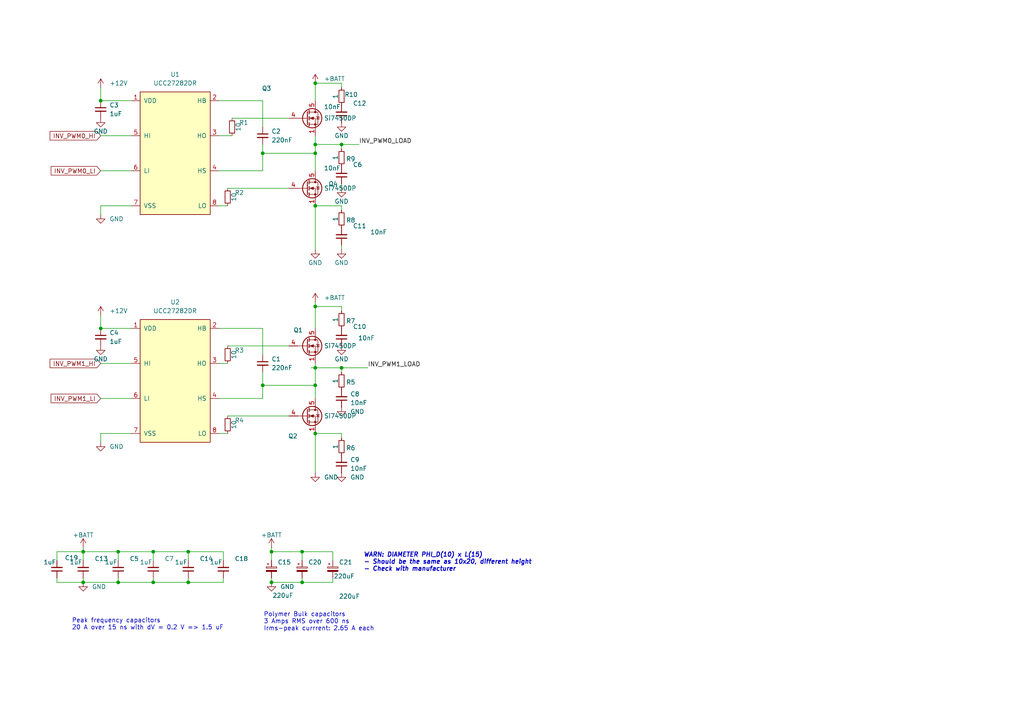
<source format=kicad_sch>
(kicad_sch (version 20250114) (generator "eeschema") (generator_version "9.0")
  (paper "A4")
  (lib_symbols
    (symbol "Device:C_Polarized_Small" (pin_numbers (hide yes)) (pin_names (offset 0.254) (hide yes))
      (property "Reference" "C" (at 0.254 1.778 0))
      (property "Value" "C_Polarized_Small" (at 0.254 -2.032 0))
      (symbol "C_Polarized_Small_0_1"
        (rectangle (start -1.524 0.6858) (end 1.524 0.3048))
        (rectangle (start -1.524 -0.3048) (end 1.524 -0.6858) (fill (type outline)))
        (polyline (pts (xy -1.27 1.524) (xy -0.762 1.524)))
        (polyline (pts (xy -1.016 1.27) (xy -1.016 1.778)))
      )
      (symbol "C_Polarized_Small_1_1"
        (pin passive line (at 0 2.54 270) (length 1.8542) (name "~") (number "1"))
        (pin passive line (at 0 -2.54 90) (length 1.8542) (name "~") (number "2"))
      )
    )
    (symbol "Device:C_Small" (pin_numbers (hide yes)) (pin_names (offset 0.254) (hide yes))
      (property "Reference" "C" (at 0.254 1.778 0))
      (property "Value" "C_Small" (at 0.254 -2.032 0))
      (symbol "C_Small_0_1"
        (polyline (pts (xy -1.524 0.508) (xy 1.524 0.508)) (stroke (width 0.3048)))
        (polyline (pts (xy -1.524 -0.508) (xy 1.524 -0.508)) (stroke (width 0.3302)))
      )
      (symbol "C_Small_1_1"
        (pin passive line (at 0 2.54 270) (length 2.032) (name "~") (number "1"))
        (pin passive line (at 0 -2.54 90) (length 2.032) (name "~") (number "2"))
      )
    )
    (symbol "Device:R_Small" (pin_numbers (hide yes)) (pin_names (offset 0.254) (hide yes))
      (property "Reference" "R" (at 0 0 90))
      (property "Value" "R_Small" (at 1.778 0 90))
      (symbol "R_Small_0_1"
        (rectangle (start -0.762 1.778) (end 0.762 -1.778) (stroke (width 0.2032)))
      )
      (symbol "R_Small_1_1"
        (pin passive line (at 0 2.54 270) (length 0.762) (name "~") (number "1"))
        (pin passive line (at 0 -2.54 90) (length 0.762) (name "~") (number "2"))
      )
    )
    (symbol "Transistor_FET:Si7450DP" (pin_names (hide yes))
      (property "Reference" "Q" (at 5.08 1.905 0))
      (property "Value" "Si7450DP" (at 5.08 0 0))
      (symbol "Si7450DP_0_1"
        (polyline (pts (xy 0.254 1.905) (xy 0.254 -1.905)) (stroke (width 0.254)))
        (polyline (pts (xy 0.254 0) (xy -2.54 0)))
        (polyline (pts (xy 0.762 2.286) (xy 0.762 1.27)) (stroke (width 0.254)))
        (polyline (pts (xy 0.762 0.508) (xy 0.762 -0.508)) (stroke (width 0.254)))
        (polyline (pts (xy 0.762 -1.27) (xy 0.762 -2.286)) (stroke (width 0.254)))
        (polyline (pts (xy 0.762 -1.778) (xy 3.302 -1.778) (xy 3.302 1.778) (xy 0.762 1.778)))
        (polyline (pts (xy 1.016 0) (xy 2.032 0.381) (xy 2.032 -0.381) (xy 1.016 0)) (fill (type outline)))
        (circle (center 1.651 0) (radius 2.794) (stroke (width 0.254)))
        (polyline (pts (xy 2.54 2.54) (xy 2.54 1.778)))
        (circle (center 2.54 1.778) (radius 0.254) (fill (type outline)))
        (circle (center 2.54 -1.778) (radius 0.254) (fill (type outline)))
        (polyline (pts (xy 2.54 -2.54) (xy 2.54 0) (xy 0.762 0)))
        (polyline (pts (xy 2.794 0.508) (xy 2.921 0.381) (xy 3.683 0.381) (xy 3.81 0.254)))
        (polyline (pts (xy 3.302 0.381) (xy 2.921 -0.254) (xy 3.683 -0.254) (xy 3.302 0.381)))
      )
      (symbol "Si7450DP_1_1"
        (pin input line (at -5.08 0 0) (length 2.54) (name "G") (number "4"))
        (pin passive line (at 2.54 5.08 270) (length 2.54) (name "D") (number "5"))
        (pin passive line (at 2.54 -5.08 90) (length 2.54) (name "S") (number "1"))
        (pin passive line (at 2.54 -5.08 90) (length 2.54) (hide yes) (name "S") (number "2"))
        (pin passive line (at 2.54 -5.08 90) (length 2.54) (hide yes) (name "S") (number "3"))
      )
    )
    (symbol "power:+12V" (power) (pin_numbers (hide yes)) (pin_names (offset 0) (hide yes))
      (property "Value" "+12V" (at 0 3.556 0))
      (symbol "+12V_0_1"
        (polyline (pts (xy -0.762 1.27) (xy 0 2.54)))
        (polyline (pts (xy 0 2.54) (xy 0.762 1.27)))
        (polyline (pts (xy 0 0) (xy 0 2.54)))
      )
      (symbol "+12V_1_1"
        (pin power_in line (at 0 0 90) (length 0) (name "~") (number "1"))
      )
    )
    (symbol "power:+BATT" (power) (pin_numbers (hide yes)) (pin_names (offset 0) (hide yes))
      (property "Value" "+BATT" (at 0 3.556 0))
      (symbol "+BATT_0_1"
        (polyline (pts (xy -0.762 1.27) (xy 0 2.54)))
        (polyline (pts (xy 0 2.54) (xy 0.762 1.27)))
        (polyline (pts (xy 0 0) (xy 0 2.54)))
      )
      (symbol "+BATT_1_1"
        (pin power_in line (at 0 0 90) (length 0) (name "~") (number "1"))
      )
    )
    (symbol "power:GND" (power) (pin_numbers (hide yes)) (pin_names (offset 0) (hide yes))
      (property "Value" "GND" (at 0 -3.81 0))
      (symbol "GND_0_1"
        (polyline (pts (xy 0 0) (xy 0 -1.27) (xy 1.27 -1.27) (xy 0 -2.54) (xy -1.27 -1.27) (xy 0 -1.27)))
      )
      (symbol "GND_1_1"
        (pin power_in line (at 0 0 270) (length 0) (name "~") (number "1"))
      )
    )
    (symbol "ucc27282:UCC27282DR" (pin_names (offset 1.016))
      (property "Reference" "U" (at 0 21.59 0))
      (property "Value" "UCC27282DR" (at 0 19.05 0))
      (symbol "UCC27282DR_0_1"
        (rectangle (start -10.16 17.78) (end 10.16 -17.78) (stroke (width 0.2032)) (fill (type background)))
      )
      (symbol "UCC27282DR_1_1"
        (pin power_in line (at -12.7 15.24 0) (length 2.54) (name "VDD") (number "1"))
        (pin input line (at -12.7 5.08 0) (length 2.54) (name "HI") (number "5"))
        (pin input line (at -12.7 -5.08 0) (length 2.54) (name "LI") (number "6"))
        (pin power_in line (at -12.7 -15.24 0) (length 2.54) (name "VSS") (number "7"))
        (pin passive line (at 12.7 15.24 180) (length 2.54) (name "HB") (number "2"))
        (pin output line (at 12.7 5.08 180) (length 2.54) (name "HO") (number "3"))
        (pin output line (at 12.7 -5.08 180) (length 2.54) (name "HS") (number "4"))
        (pin output line (at 12.7 -15.24 180) (length 2.54) (name "LO") (number "8"))
      )
    )
  )
  (text "Polymer Bulk capacitors\n3 Amps RMS over 600 ns\nIrms-peak currrent: 2.65 A each" (at 76.454 183.134 0) (effects (font (size 1.27 1.27) (thickness 0.1588)) (justify left bottom)))
  (text "Peak frequency capacitors\n20 A over 15 ns with dV = 0.2 V => 1.5 uF" (at 20.828 181.102 0) (effects (font (size 1.27 1.27) (thickness 0.1588)) (justify left)))
  (text "Notes:\n- Make sure to correctly connect the bootstrap circuit (Hs to phase voltage)\n- Make sure to connect all 4 PWM inputs to different PWM drivers\n	=> ENSURE DEAD TIME WHEN DRIVING\n" (at -179.832 27.178 0) (effects (font (size 2.54 2.54) (thickness 0.3175)) (justify left)))
  (text "WARN: DIAMETER PHI_D(10) x L(15)\n- Should be the same as 10x20, different height\n- Check with manufacturer" (at 105.41 165.862 0) (effects (font (size 1.27 1.27) (thickness 0.254) (bold yes) (italic yes)) (justify left bottom)))
  (junction (at 91.44 106.68))
  (junction (at 91.44 24.13))
  (junction (at 76.2 44.45))
  (junction (at 78.74 160.02))
  (junction (at 34.29 168.91))
  (junction (at 87.63 168.91))
  (junction (at 24.13 160.02))
  (junction (at 91.44 88.9))
  (junction (at 78.74 168.91))
  (junction (at 76.2 111.76))
  (junction (at 54.61 160.02))
  (junction (at 29.21 29.21))
  (junction (at 91.44 125.73))
  (junction (at 91.44 41.91))
  (junction (at 44.45 168.91))
  (junction (at 34.29 160.02))
  (junction (at 91.44 59.69))
  (junction (at 87.63 160.02))
  (junction (at 91.44 111.76))
  (junction (at 24.13 168.91))
  (junction (at 91.44 44.45))
  (junction (at 99.06 106.68))
  (junction (at 54.61 168.91))
  (junction (at 29.21 95.25))
  (junction (at 44.45 160.02))
  (junction (at 99.06 41.91))
  (wire (pts (xy 76.2 49.53) (xy 63.5 49.53)))
  (wire (pts (xy 24.13 168.91) (xy 34.29 168.91)))
  (wire (pts (xy 87.63 160.02) (xy 96.52 160.02)))
  (wire (pts (xy 99.06 106.68) (xy 99.06 107.95)))
  (wire (pts (xy 76.2 29.21) (xy 76.2 36.83)))
  (wire (pts (xy 44.45 167.64) (xy 44.45 168.91)))
  (wire (pts (xy 63.5 29.21) (xy 76.2 29.21)))
  (wire (pts (xy 76.2 44.45) (xy 76.2 49.53)))
  (wire (pts (xy 91.44 41.91) (xy 99.06 41.91)))
  (wire (pts (xy 34.29 160.02) (xy 44.45 160.02)))
  (wire (pts (xy 44.45 160.02) (xy 54.61 160.02)))
  (wire (pts (xy 38.1 125.73) (xy 29.21 125.73)))
  (wire (pts (xy 99.06 25.4) (xy 99.06 24.13)))
  (wire (pts (xy 67.31 34.29) (xy 83.82 34.29)))
  (wire (pts (xy 29.21 95.25) (xy 38.1 95.25)))
  (wire (pts (xy 76.2 111.76) (xy 91.44 111.76)))
  (wire (pts (xy 91.44 106.68) (xy 99.06 106.68)))
  (wire (pts (xy 64.77 160.02) (xy 54.61 160.02)))
  (wire (pts (xy 91.44 88.9) (xy 91.44 95.25)))
  (wire (pts (xy 76.2 44.45) (xy 91.44 44.45)))
  (wire (pts (xy 91.44 87.63) (xy 91.44 88.9)))
  (wire (pts (xy 24.13 158.75) (xy 24.13 160.02)))
  (wire (pts (xy 64.77 162.56) (xy 64.77 160.02)))
  (wire (pts (xy 29.21 59.69) (xy 38.1 59.69)))
  (wire (pts (xy 78.74 158.75) (xy 78.74 160.02)))
  (wire (pts (xy 16.51 162.56) (xy 16.51 160.02)))
  (wire (pts (xy 90.17 106.68) (xy 91.44 106.68)))
  (wire (pts (xy 63.5 105.41) (xy 66.04 105.41)))
  (wire (pts (xy 66.04 100.33) (xy 83.82 100.33)))
  (wire (pts (xy 91.44 125.73) (xy 91.44 137.16)))
  (wire (pts (xy 99.06 90.17) (xy 99.06 88.9)))
  (wire (pts (xy 76.2 107.95) (xy 76.2 111.76)))
  (wire (pts (xy 87.63 168.91) (xy 78.74 168.91)))
  (wire (pts (xy 91.44 105.41) (xy 91.44 106.68)))
  (wire (pts (xy 54.61 167.64) (xy 54.61 168.91)))
  (wire (pts (xy 76.2 111.76) (xy 76.2 115.57)))
  (wire (pts (xy 29.21 62.23) (xy 29.21 59.69)))
  (wire (pts (xy 16.51 168.91) (xy 24.13 168.91)))
  (wire (pts (xy 64.77 167.64) (xy 64.77 168.91)))
  (wire (pts (xy 99.06 72.39) (xy 99.06 71.12)))
  (wire (pts (xy 78.74 160.02) (xy 87.63 160.02)))
  (wire (pts (xy 96.52 160.02) (xy 96.52 162.56)))
  (wire (pts (xy 96.52 167.64) (xy 96.52 168.91)))
  (wire (pts (xy 91.44 59.69) (xy 99.06 59.69)))
  (wire (pts (xy 99.06 53.34) (xy 99.06 54.61)))
  (wire (pts (xy 54.61 160.02) (xy 54.61 162.56)))
  (wire (pts (xy 29.21 49.53) (xy 38.1 49.53)))
  (wire (pts (xy 76.2 115.57) (xy 63.5 115.57)))
  (wire (pts (xy 76.2 95.25) (xy 76.2 102.87)))
  (wire (pts (xy 87.63 160.02) (xy 87.63 162.56)))
  (wire (pts (xy 66.04 54.61) (xy 83.82 54.61)))
  (wire (pts (xy 34.29 167.64) (xy 34.29 168.91)))
  (wire (pts (xy 29.21 39.37) (xy 38.1 39.37)))
  (wire (pts (xy 63.5 95.25) (xy 76.2 95.25)))
  (wire (pts (xy 91.44 106.68) (xy 91.44 111.76)))
  (wire (pts (xy 24.13 160.02) (xy 34.29 160.02)))
  (wire (pts (xy 91.44 41.91) (xy 91.44 44.45)))
  (wire (pts (xy 29.21 95.25) (xy 29.21 91.44)))
  (wire (pts (xy 38.1 29.21) (xy 29.21 29.21)))
  (wire (pts (xy 96.52 168.91) (xy 87.63 168.91)))
  (wire (pts (xy 99.06 125.73) (xy 99.06 127)))
  (wire (pts (xy 34.29 168.91) (xy 44.45 168.91)))
  (wire (pts (xy 78.74 168.91) (xy 78.74 167.64)))
  (wire (pts (xy 29.21 105.41) (xy 38.1 105.41)))
  (wire (pts (xy 91.44 125.73) (xy 99.06 125.73)))
  (wire (pts (xy 29.21 29.21) (xy 29.21 25.4)))
  (wire (pts (xy 24.13 167.64) (xy 24.13 168.91)))
  (wire (pts (xy 44.45 168.91) (xy 54.61 168.91)))
  (wire (pts (xy 91.44 39.37) (xy 91.44 41.91)))
  (wire (pts (xy 29.21 125.73) (xy 29.21 128.27)))
  (wire (pts (xy 91.44 24.13) (xy 91.44 29.21)))
  (wire (pts (xy 87.63 167.64) (xy 87.63 168.91)))
  (wire (pts (xy 16.51 167.64) (xy 16.51 168.91)))
  (wire (pts (xy 66.04 59.69) (xy 63.5 59.69)))
  (wire (pts (xy 99.06 41.91) (xy 104.14 41.91)))
  (wire (pts (xy 91.44 88.9) (xy 99.06 88.9)))
  (wire (pts (xy 67.31 39.37) (xy 63.5 39.37)))
  (wire (pts (xy 66.04 120.65) (xy 83.82 120.65)))
  (wire (pts (xy 99.06 41.91) (xy 99.06 43.18)))
  (wire (pts (xy 44.45 160.02) (xy 44.45 162.56)))
  (wire (pts (xy 24.13 160.02) (xy 24.13 162.56)))
  (wire (pts (xy 99.06 59.69) (xy 99.06 60.96)))
  (wire (pts (xy 34.29 160.02) (xy 34.29 162.56)))
  (wire (pts (xy 16.51 160.02) (xy 24.13 160.02)))
  (wire (pts (xy 91.44 111.76) (xy 91.44 115.57)))
  (wire (pts (xy 91.44 24.13) (xy 99.06 24.13)))
  (wire (pts (xy 64.77 168.91) (xy 54.61 168.91)))
  (wire (pts (xy 78.74 162.56) (xy 78.74 160.02)))
  (wire (pts (xy 76.2 41.91) (xy 76.2 44.45)))
  (wire (pts (xy 91.44 59.69) (xy 91.44 72.39)))
  (wire (pts (xy 63.5 125.73) (xy 66.04 125.73)))
  (wire (pts (xy 99.06 106.68) (xy 106.68 106.68)))
  (wire (pts (xy 29.21 115.57) (xy 38.1 115.57)))
  (wire (pts (xy 91.44 44.45) (xy 91.44 49.53)))
  (label "INV_PWM1_LOAD" (at 106.68 106.68 0))
  (label "INV_PWM0_LOAD" (at 104.14 41.91 0))
  (global_label "INV_PWM1_HI" (shape input) (at 29.21 105.41 180) (property "Intersheetrefs" "${INTERSHEET_REFS}" (effects (hide yes))))
  (global_label "INV_PWM0_HI" (shape input) (at 29.21 39.37 180) (property "Intersheetrefs" "${INTERSHEET_REFS}" (effects (hide yes))))
  (global_label "INV_PWM1_LI" (shape input) (at 29.21 115.57 180) (property "Intersheetrefs" "${INTERSHEET_REFS}" (effects (hide yes))))
  (global_label "INV_PWM0_LI" (shape input) (at 29.21 49.53 180) (property "Intersheetrefs" "${INTERSHEET_REFS}" (effects (hide yes))))
  (symbol (lib_id "Device:C_Small") (at 54.61 165.1 180) (unit 1)
    (property "Reference" "C14" (at 57.912 162.052 0) (effects (justify right)))
    (property "Value" "1uF" (at 54.356 163.068 0) (effects (justify left)))
    (property "Footprint" "Capacitor_SMD:C_0805_2012Metric" (effects (hide yes)))
    (property "Description" "Unpolarized capacitor, small symbol" (effects (hide yes)))
    (property "LCSC Part Number" "C28323" (effects (hide yes)))
    (property "Manufacturing Part Number" "CL21B105KBFNNNE" (effects (hide yes)))
  )
  (symbol (lib_id "Device:C_Small") (at 29.21 97.79 0) (unit 1)
    (property "Reference" "C4" (at 31.75 96.5262 0) (effects (justify left)))
    (property "Value" "1uF" (at 31.75 99.0662 0) (effects (justify left)))
    (property "Footprint" "Capacitor_SMD:C_0805_2012Metric" (effects (hide yes)))
    (property "Description" "Unpolarized capacitor, small symbol" (effects (hide yes)))
    (property "Manufacturing Part Number" "CL21B105KBFNNNE" (effects (hide yes)))
    (property "LCSC Part Number" "C28323" (effects (hide yes)))
  )
  (symbol (lib_id "Transistor_FET:Si7450DP") (at 88.9 100.33 0) (unit 1)
    (property "Reference" "Q1" (at 85.09 95.758 0) (effects (justify left)))
    (property "Value" "Si7450DP" (at 93.98 100.33 0) (effects (justify left)))
    (property "Footprint" "Package_SO:PowerPAK_SO-8_Single" (effects (hide yes)))
    (property "Datasheet" "https://www.vishay.com/docs/71432/si7450dp.pdf" (effects (hide yes)))
    (property "Description" "5.3A Id, 200V Vds, 80mOhm Ron, PowerPAK-8" (effects (hide yes)))
    (property "LCSC Part Number" "C3289463" (effects (hide yes)))
  )
  (symbol (lib_id "Device:C_Small") (at 24.13 165.1 180) (unit 1)
    (property "Reference" "C13" (at 27.432 162.052 0) (effects (justify right)))
    (property "Value" "1uF" (at 23.876 163.068 0) (effects (justify left)))
    (property "Footprint" "Capacitor_SMD:C_0805_2012Metric" (effects (hide yes)))
    (property "Description" "Unpolarized capacitor, small symbol" (effects (hide yes)))
    (property "LCSC Part Number" "C28323" (effects (hide yes)))
    (property "Manufacturing Part Number" "CL21B105KBFNNNE" (effects (hide yes)))
  )
  (symbol (lib_id "Device:R_Small") (at 99.06 110.49 180) (unit 1)
    (property "Reference" "R5" (at 101.727 110.871 0))
    (property "Value" "1" (at 97.282 110.49 90))
    (property "Footprint" "Capacitor_SMD:C_0603_1608Metric" (effects (hide yes)))
    (property "Description" "Resistor, small symbol" (effects (hide yes)))
    (property "LCSC Part Number" "C22936" (effects (hide yes)))
    (property "Manufacturing Part Number" "0603WAF100KT5E" (effects (hide yes)))
  )
  (symbol (lib_id "power:+BATT") (at 24.13 158.75 0) (unit 1)
    (property "Reference" "#PWR19" (effects (hide yes)))
    (property "Value" "+BATT" (at 24.13 155.194 0))
    (property "Description" "Power symbol creates a global label with name \"+BATT\"" (effects (hide yes)))
  )
  (symbol (lib_id "power:+BATT") (at 91.44 24.13 0) (unit 1)
    (property "Reference" "#PWR7" (effects (hide yes)))
    (property "Value" "+BATT" (at 93.98 22.8599 0) (effects (justify left)))
    (property "Description" "Power symbol creates a global label with name \"+BATT\"" (effects (hide yes)))
  )
  (symbol (lib_id "power:GND") (at 24.13 168.91 0) (unit 1)
    (property "Reference" "#PWR14" (effects (hide yes)))
    (property "Value" "GND" (at 26.67 170.1799 0) (effects (justify left)))
    (property "Description" "Power symbol creates a global label with name \"GND\" , ground" (effects (hide yes)))
  )
  (symbol (lib_id "Device:R_Small") (at 66.04 123.19 0) (unit 1)
    (property "Reference" "R4" (at 68.072 121.92 0) (effects (justify left)))
    (property "Value" "10" (at 67.818 123.19 90))
    (property "Footprint" "Resistor_SMD:R_1206_3216Metric" (effects (hide yes)))
    (property "Description" "Resistor, small symbol" (effects (hide yes)))
    (property "LCSC Part Number" "C17903" (effects (hide yes)))
    (property "Manufacturing Part Number" "1206W4F100JT5E" (effects (hide yes)))
  )
  (symbol (lib_id "Device:R_Small") (at 99.06 92.71 180) (unit 1)
    (property "Reference" "R7" (at 101.727 93.091 0))
    (property "Value" "1" (at 97.282 92.71 90))
    (property "Footprint" "Capacitor_SMD:C_0603_1608Metric" (effects (hide yes)))
    (property "Description" "Resistor, small symbol" (effects (hide yes)))
    (property "LCSC Part Number" "C22936" (effects (hide yes)))
    (property "Manufacturing Part Number" "0603WAF100KT5E" (effects (hide yes)))
  )
  (symbol (lib_id "power:+12V") (at 29.21 91.44 0) (unit 1)
    (property "Reference" "#PWR2" (effects (hide yes)))
    (property "Value" "+12V" (at 31.75 90.1699 0) (effects (justify left)))
    (property "Description" "Power symbol creates a global label with name \"+12V\"" (effects (hide yes)))
  )
  (symbol (lib_id "power:GND") (at 99.06 118.11 0) (unit 1)
    (property "Reference" "#PWR11" (effects (hide yes)))
    (property "Value" "GND" (at 101.6 119.3799 0) (effects (justify left)))
    (property "Description" "Power symbol creates a global label with name \"GND\" , ground" (effects (hide yes)))
  )
  (symbol (lib_id "Device:C_Polarized_Small") (at 87.63 165.1 0) (unit 1)
    (property "Reference" "C20" (at 89.408 163.068 0) (effects (justify left)))
    (property "Value" "220uF" (at 98.298 172.974 0) (effects (justify left)))
    (property "Footprint" "Capacitor_THT:C_Radial_D10.0mm_H16.0mm_P5.00mm" (effects (hide yes)))
    (property "Description" "Polarized capacitor, small symbol" (effects (hide yes)))
    (property "LCSC Part Number" "C2983797" (effects (hide yes)))
    (property "Manufacturing Part Number" "SPZ1JM221G15O00RAXXX" (effects (hide yes)))
  )
  (symbol (lib_id "Device:C_Small") (at 44.45 165.1 180) (unit 1)
    (property "Reference" "C7" (at 47.752 162.052 0) (effects (justify right)))
    (property "Value" "1uF" (at 44.196 163.068 0) (effects (justify left)))
    (property "Footprint" "Capacitor_SMD:C_0805_2012Metric" (effects (hide yes)))
    (property "Description" "Unpolarized capacitor, small symbol" (effects (hide yes)))
    (property "LCSC Part Number" "C28323" (effects (hide yes)))
    (property "Manufacturing Part Number" "CL21B105KBFNNNE" (effects (hide yes)))
  )
  (symbol (lib_id "power:GND") (at 91.44 72.39 0) (unit 1)
    (property "Reference" "#PWR9" (effects (hide yes)))
    (property "Value" "GND" (at 91.44 76.2 0))
    (property "Description" "Power symbol creates a global label with name \"GND\" , ground" (effects (hide yes)))
  )
  (symbol (lib_id "Device:R_Small") (at 99.06 45.72 180) (unit 1)
    (property "Reference" "R9" (at 101.727 46.101 0))
    (property "Value" "1" (at 97.282 45.72 90))
    (property "Footprint" "Capacitor_SMD:C_0603_1608Metric" (effects (hide yes)))
    (property "Description" "Resistor, small symbol" (effects (hide yes)))
    (property "LCSC Part Number" "C22936" (effects (hide yes)))
    (property "Manufacturing Part Number" "0603WAF100KT5E" (effects (hide yes)))
  )
  (symbol (lib_id "power:GND") (at 99.06 137.16 0) (unit 1)
    (property "Reference" "#PWR12" (effects (hide yes)))
    (property "Value" "GND" (at 101.6 138.4299 0) (effects (justify left)))
    (property "Description" "Power symbol creates a global label with name \"GND\" , ground" (effects (hide yes)))
  )
  (symbol (lib_id "Device:C_Small") (at 99.06 115.57 180) (unit 1)
    (property "Reference" "C8" (at 101.6 114.2935 0) (effects (justify right)))
    (property "Value" "10nF" (at 101.6 116.8335 0) (effects (justify right)))
    (property "Footprint" "Capacitor_SMD:C_0402_1005Metric" (effects (hide yes)))
    (property "Description" "Unpolarized capacitor, small symbol" (effects (hide yes)))
    (property "LCSC Part Number" "C15195" (effects (hide yes)))
  )
  (symbol (lib_id "Device:R_Small") (at 99.06 63.5 180) (unit 1)
    (property "Reference" "R8" (at 101.727 63.881 0))
    (property "Value" "1" (at 97.282 63.5 90))
    (property "Footprint" "Capacitor_SMD:C_0603_1608Metric" (effects (hide yes)))
    (property "Description" "Resistor, small symbol" (effects (hide yes)))
    (property "LCSC Part Number" "C22936" (effects (hide yes)))
    (property "Manufacturing Part Number" "0603WAF100KT5E" (effects (hide yes)))
  )
  (symbol (lib_id "Device:R_Small") (at 66.04 57.15 0) (unit 1)
    (property "Reference" "R2" (at 68.072 55.88 0) (effects (justify left)))
    (property "Value" "10" (at 67.818 57.15 90))
    (property "Footprint" "Resistor_SMD:R_1206_3216Metric" (effects (hide yes)))
    (property "Description" "Resistor, small symbol" (effects (hide yes)))
    (property "LCSC Part Number" "C17903" (effects (hide yes)))
    (property "Manufacturing Part Number" "1206W4F100JT5E" (effects (hide yes)))
  )
  (symbol (lib_id "power:GND") (at 29.21 34.29 0) (unit 1)
    (property "Reference" "#PWR6" (effects (hide yes)))
    (property "Value" "GND" (at 29.21 38.1 0))
    (property "Description" "Power symbol creates a global label with name \"GND\" , ground" (effects (hide yes)))
  )
  (symbol (lib_id "Device:C_Small") (at 99.06 97.79 180) (unit 1)
    (property "Reference" "C10" (at 102.362 94.742 0) (effects (justify right)))
    (property "Value" "10nF" (at 108.712 98.044 0) (effects (justify left)))
    (property "Footprint" "Capacitor_SMD:C_0402_1005Metric" (effects (hide yes)))
    (property "Description" "Unpolarized capacitor, small symbol" (effects (hide yes)))
    (property "LCSC Part Number" "C15195" (effects (hide yes)))
  )
  (symbol (lib_id "power:+12V") (at 29.21 25.4 0) (unit 1)
    (property "Reference" "#PWR1" (effects (hide yes)))
    (property "Value" "+12V" (at 31.75 24.1299 0) (effects (justify left)))
    (property "Description" "Power symbol creates a global label with name \"+12V\"" (effects (hide yes)))
  )
  (symbol (lib_id "Device:C_Small") (at 16.51 165.1 180) (unit 1)
    (property "Reference" "C19" (at 18.796 161.798 0) (effects (justify right)))
    (property "Value" "1uF" (at 16.256 163.068 0) (effects (justify left)))
    (property "Footprint" "Capacitor_SMD:C_0805_2012Metric" (effects (hide yes)))
    (property "Description" "Unpolarized capacitor, small symbol" (effects (hide yes)))
    (property "LCSC Part Number" "C28323" (effects (hide yes)))
    (property "Manufacturing Part Number" "CL21B105KBFNNNE" (effects (hide yes)))
  )
  (symbol (lib_id "ucc27282:UCC27282DR") (at 50.8 44.45 0) (unit 1)
    (property "Reference" "U1" (at 50.8 21.59 0))
    (property "Value" "UCC27282DR" (at 50.8 24.13 0))
    (property "LCSC Part Number" "C2867844" (effects (hide yes)))
  )
  (symbol (lib_id "ucc27282:UCC27282DR") (at 50.8 110.49 0) (unit 1)
    (property "Reference" "U2" (at 50.8 87.63 0))
    (property "Value" "UCC27282DR" (at 50.8 90.17 0))
    (property "LCSC Part Number" "C2867844" (effects (hide yes)))
  )
  (symbol (lib_id "power:GND") (at 99.06 72.39 0) (unit 1)
    (property "Reference" "#PWR15" (effects (hide yes)))
    (property "Value" "GND" (at 99.06 76.2 0))
    (property "Description" "Power symbol creates a global label with name \"GND\" , ground" (effects (hide yes)))
  )
  (symbol (lib_id "power:GND") (at 29.21 100.33 0) (unit 1)
    (property "Reference" "#PWR5" (effects (hide yes)))
    (property "Value" "GND" (at 29.21 104.14 0))
    (property "Description" "Power symbol creates a global label with name \"GND\" , ground" (effects (hide yes)))
  )
  (symbol (lib_id "Device:R_Small") (at 99.06 27.94 180) (unit 1)
    (property "Reference" "R10" (at 101.854 27.432 0))
    (property "Value" "1" (at 97.282 27.94 90))
    (property "Footprint" "Capacitor_SMD:C_0603_1608Metric" (effects (hide yes)))
    (property "Description" "Resistor, small symbol" (effects (hide yes)))
    (property "LCSC Part Number" "C22936" (effects (hide yes)))
    (property "Manufacturing Part Number" "0603WAF100KT5E" (effects (hide yes)))
  )
  (symbol (lib_id "power:GND") (at 99.06 100.33 0) (unit 1)
    (property "Reference" "#PWR13" (effects (hide yes)))
    (property "Value" "GND" (at 99.06 104.14 0))
    (property "Description" "Power symbol creates a global label with name \"GND\" , ground" (effects (hide yes)))
  )
  (symbol (lib_id "power:GND") (at 99.06 35.56 0) (unit 1)
    (property "Reference" "#PWR17" (effects (hide yes)))
    (property "Value" "GND" (at 99.06 39.37 0))
    (property "Description" "Power symbol creates a global label with name \"GND\" , ground" (effects (hide yes)))
  )
  (symbol (lib_id "power:+BATT") (at 91.44 87.63 0) (unit 1)
    (property "Reference" "#PWR8" (effects (hide yes)))
    (property "Value" "+BATT" (at 93.98 86.3599 0) (effects (justify left)))
    (property "Description" "Power symbol creates a global label with name \"+BATT\"" (effects (hide yes)))
  )
  (symbol (lib_id "power:GND") (at 78.74 168.91 0) (unit 1)
    (property "Reference" "#PWR20" (effects (hide yes)))
    (property "Value" "GND" (at 81.28 170.1799 0) (effects (justify left)))
    (property "Description" "Power symbol creates a global label with name \"GND\" , ground" (effects (hide yes)))
  )
  (symbol (lib_id "Device:R_Small") (at 99.06 129.54 180) (unit 1)
    (property "Reference" "R6" (at 101.727 129.921 0))
    (property "Value" "1" (at 97.282 129.54 90))
    (property "Footprint" "Capacitor_SMD:C_0603_1608Metric" (effects (hide yes)))
    (property "Description" "Resistor, small symbol" (effects (hide yes)))
    (property "LCSC Part Number" "C22936" (effects (hide yes)))
    (property "Manufacturing Part Number" "0603WAF100KT5E" (effects (hide yes)))
  )
  (symbol (lib_id "Device:C_Small") (at 99.06 33.02 180) (unit 1)
    (property "Reference" "C12" (at 102.362 29.972 0) (effects (justify right)))
    (property "Value" "10nF" (at 98.806 30.988 0) (effects (justify left)))
    (property "Footprint" "Capacitor_SMD:C_0402_1005Metric" (effects (hide yes)))
    (property "Description" "Unpolarized capacitor, small symbol" (effects (hide yes)))
    (property "LCSC Part Number" "C15195" (effects (hide yes)))
    (property "Manufacturing Part Number" "CL05B103KB5NNNC" (effects (hide yes)))
  )
  (symbol (lib_id "power:GND") (at 29.21 128.27 0) (unit 1)
    (property "Reference" "#PWR4" (effects (hide yes)))
    (property "Value" "GND" (at 31.75 129.5399 0) (effects (justify left)))
    (property "Description" "Power symbol creates a global label with name \"GND\" , ground" (effects (hide yes)))
  )
  (symbol (lib_id "Transistor_FET:Si7450DP") (at 88.9 34.29 0) (unit 1)
    (property "Reference" "Q3" (at 75.946 25.654 0) (effects (justify left)))
    (property "Value" "Si7450DP" (at 93.98 34.29 0) (effects (justify left)))
    (property "Footprint" "Package_SO:PowerPAK_SO-8_Single" (effects (hide yes)))
    (property "Datasheet" "https://www.vishay.com/docs/71432/si7450dp.pdf" (effects (hide yes)))
    (property "Description" "5.3A Id, 200V Vds, 80mOhm Ron, PowerPAK-8" (effects (hide yes)))
    (property "LCSC Part Number" "C3289463" (effects (hide yes)))
  )
  (symbol (lib_id "Device:C_Small") (at 76.2 39.37 0) (unit 1)
    (property "Reference" "C2" (at 78.74 38.1062 0) (effects (justify left)))
    (property "Value" "220nF" (at 78.74 40.6462 0) (effects (justify left)))
    (property "Footprint" "Capacitor_SMD:C_0805_2012Metric" (effects (hide yes)))
    (property "Description" "Unpolarized capacitor, small symbol" (effects (hide yes)))
    (property "LCSC Part Number" "C5378" (effects (hide yes)))
    (property "Manufacturing Part Number" "CL21B224KBFNNNE" (effects (hide yes)))
  )
  (symbol (lib_id "Device:C_Polarized_Small") (at 96.52 165.1 0) (unit 1)
    (property "Reference" "C21" (at 98.298 163.068 0) (effects (justify left)))
    (property "Value" "220uF" (at 96.774 167.132 0) (effects (justify left)))
    (property "Footprint" "Capacitor_THT:C_Radial_D10.0mm_H16.0mm_P5.00mm" (effects (hide yes)))
    (property "Description" "Polarized capacitor, small symbol" (effects (hide yes)))
    (property "LCSC Part Number" "C2983797" (effects (hide yes)))
    (property "Manufacturing Part Number" "SPZ1JM221G15O00RAXXX" (effects (hide yes)))
  )
  (symbol (lib_id "Device:C_Small") (at 34.29 165.1 180) (unit 1)
    (property "Reference" "C5" (at 37.592 162.052 0) (effects (justify right)))
    (property "Value" "1uF" (at 34.036 163.068 0) (effects (justify left)))
    (property "Footprint" "Capacitor_SMD:C_0805_2012Metric" (effects (hide yes)))
    (property "Description" "Unpolarized capacitor, small symbol" (effects (hide yes)))
    (property "LCSC Part Number" "C28323" (effects (hide yes)))
    (property "Manufacturing Part Number" "CL21B105KBFNNNE" (effects (hide yes)))
  )
  (symbol (lib_id "Transistor_FET:Si7450DP") (at 88.9 54.61 0) (unit 1)
    (property "Reference" "Q4" (at 95.25 53.3399 0) (effects (justify left)))
    (property "Value" "Si7450DP" (at 93.98 54.61 0) (effects (justify left)))
    (property "Footprint" "Package_SO:PowerPAK_SO-8_Single" (effects (hide yes)))
    (property "Datasheet" "https://www.vishay.com/docs/71432/si7450dp.pdf" (effects (hide yes)))
    (property "Description" "5.3A Id, 200V Vds, 80mOhm Ron, PowerPAK-8" (effects (hide yes)))
    (property "LCSC Part Number" "C3289463" (effects (hide yes)))
  )
  (symbol (lib_id "Device:C_Polarized_Small") (at 78.74 165.1 0) (unit 1)
    (property "Reference" "C15" (at 80.518 163.068 0) (effects (justify left)))
    (property "Value" "220uF" (at 78.994 172.72 0) (effects (justify left)))
    (property "Footprint" "Capacitor_THT:C_Radial_D10.0mm_H16.0mm_P5.00mm" (effects (hide yes)))
    (property "Description" "Polarized capacitor, small symbol" (effects (hide yes)))
    (property "LCSC Part Number" "C2983797" (effects (hide yes)))
    (property "Manufacturing Part Number" "SPZ1JM221G15O00RAXXX" (effects (hide yes)))
  )
  (symbol (lib_id "power:+BATT") (at 78.74 158.75 0) (unit 1)
    (property "Reference" "#PWR18" (effects (hide yes)))
    (property "Value" "+BATT" (at 78.74 155.194 0))
    (property "Description" "Power symbol creates a global label with name \"+BATT\"" (effects (hide yes)))
  )
  (symbol (lib_id "Device:C_Small") (at 99.06 134.62 180) (unit 1)
    (property "Reference" "C9" (at 101.6 133.3435 0) (effects (justify right)))
    (property "Value" "10nF" (at 101.6 135.8835 0) (effects (justify right)))
    (property "Footprint" "Capacitor_SMD:C_0402_1005Metric" (effects (hide yes)))
    (property "Description" "Unpolarized capacitor, small symbol" (effects (hide yes)))
    (property "LCSC Part Number" "C15195" (effects (hide yes)))
  )
  (symbol (lib_id "Device:C_Small") (at 99.06 68.58 180) (unit 1)
    (property "Reference" "C11" (at 102.362 65.532 0) (effects (justify right)))
    (property "Value" "10nF" (at 112.268 67.31 0) (effects (justify left)))
    (property "Footprint" "Capacitor_SMD:C_0402_1005Metric" (effects (hide yes)))
    (property "Description" "Unpolarized capacitor, small symbol" (effects (hide yes)))
    (property "LCSC Part Number" "C15195" (effects (hide yes)))
  )
  (symbol (lib_id "Device:C_Small") (at 64.77 165.1 180) (unit 1)
    (property "Reference" "C18" (at 68.072 162.052 0) (effects (justify right)))
    (property "Value" "1uF" (at 64.516 163.068 0) (effects (justify left)))
    (property "Footprint" "Capacitor_SMD:C_0805_2012Metric" (effects (hide yes)))
    (property "Description" "Unpolarized capacitor, small symbol" (effects (hide yes)))
    (property "LCSC Part Number" "C28323" (effects (hide yes)))
    (property "Manufacturing Part Number" "CL21B105KBFNNNE" (effects (hide yes)))
  )
  (symbol (lib_id "Device:R_Small") (at 67.31 36.83 0) (unit 1)
    (property "Reference" "R1" (at 69.342 35.56 0) (effects (justify left)))
    (property "Value" "10" (at 69.088 36.83 90))
    (property "Footprint" "Resistor_SMD:R_1206_3216Metric" (effects (hide yes)))
    (property "Description" "Resistor, small symbol" (effects (hide yes)))
    (property "LCSC Part Number" "C17903" (effects (hide yes)))
    (property "Manufacturing Part Number" "1206W4F100JT5E" (effects (hide yes)))
  )
  (symbol (lib_id "Device:R_Small") (at 66.04 102.87 0) (unit 1)
    (property "Reference" "R3" (at 68.072 101.6 0) (effects (justify left)))
    (property "Value" "10" (at 67.818 102.87 90))
    (property "Footprint" "Resistor_SMD:R_1206_3216Metric" (effects (hide yes)))
    (property "Description" "Resistor, small symbol" (effects (hide yes)))
    (property "LCSC Part Number" "C17903" (effects (hide yes)))
    (property "Manufacturing Part Number" "1206W4F100JT5E" (effects (hide yes)))
  )
  (symbol (lib_id "power:GND") (at 99.06 54.61 0) (unit 1)
    (property "Reference" "#PWR16" (effects (hide yes)))
    (property "Value" "GND" (at 99.06 58.42 0))
    (property "Description" "Power symbol creates a global label with name \"GND\" , ground" (effects (hide yes)))
  )
  (symbol (lib_id "Device:C_Small") (at 29.21 31.75 0) (unit 1)
    (property "Reference" "C3" (at 31.75 30.4862 0) (effects (justify left)))
    (property "Value" "1uF" (at 31.75 33.0262 0) (effects (justify left)))
    (property "Footprint" "Capacitor_SMD:C_0805_2012Metric" (effects (hide yes)))
    (property "Description" "Unpolarized capacitor, small symbol" (effects (hide yes)))
    (property "Manufacturing Part Number" "CL21B105KBFNNNE" (effects (hide yes)))
    (property "LCSC Part Number" "C28323" (effects (hide yes)))
  )
  (symbol (lib_id "power:GND") (at 91.44 137.16 0) (unit 1)
    (property "Reference" "#PWR10" (effects (hide yes)))
    (property "Value" "GND" (at 93.98 138.4299 0) (effects (justify left)))
    (property "Description" "Power symbol creates a global label with name \"GND\" , ground" (effects (hide yes)))
  )
  (symbol (lib_id "Transistor_FET:Si7450DP") (at 88.9 120.65 0) (unit 1)
    (property "Reference" "Q2" (at 83.566 126.492 0) (effects (justify left)))
    (property "Value" "Si7450DP" (at 93.98 120.65 0) (effects (justify left)))
    (property "Footprint" "Package_SO:PowerPAK_SO-8_Single" (effects (hide yes)))
    (property "Datasheet" "https://www.vishay.com/docs/71432/si7450dp.pdf" (effects (hide yes)))
    (property "Description" "5.3A Id, 200V Vds, 80mOhm Ron, PowerPAK-8" (effects (hide yes)))
    (property "LCSC Part Number" "C3289463" (effects (hide yes)))
  )
  (symbol (lib_id "Device:C_Small") (at 76.2 105.41 0) (unit 1)
    (property "Reference" "C1" (at 78.74 104.1462 0) (effects (justify left)))
    (property "Value" "220nF" (at 78.74 106.6862 0) (effects (justify left)))
    (property "Footprint" "Capacitor_SMD:C_0805_2012Metric" (effects (hide yes)))
    (property "Description" "Unpolarized capacitor, small symbol" (effects (hide yes)))
    (property "LCSC Part Number" "C5378" (effects (hide yes)))
    (property "Manufacturing Part Number" "CL21B224KBFNNNE" (effects (hide yes)))
  )
  (symbol (lib_id "Device:C_Small") (at 99.06 50.8 180) (unit 1)
    (property "Reference" "C6" (at 102.362 47.752 0) (effects (justify right)))
    (property "Value" "10nF" (at 98.806 48.768 0) (effects (justify left)))
    (property "Footprint" "Capacitor_SMD:C_0402_1005Metric" (effects (hide yes)))
    (property "Description" "Unpolarized capacitor, small symbol" (effects (hide yes)))
    (property "LCSC Part Number" "C15195" (effects (hide yes)))
  )
  (symbol (lib_id "power:GND") (at 29.21 62.23 0) (unit 1)
    (property "Reference" "#PWR3" (effects (hide yes)))
    (property "Value" "GND" (at 31.75 63.4999 0) (effects (justify left)))
    (property "Description" "Power symbol creates a global label with name \"GND\" , ground" (effects (hide yes)))
  )
)
</source>
